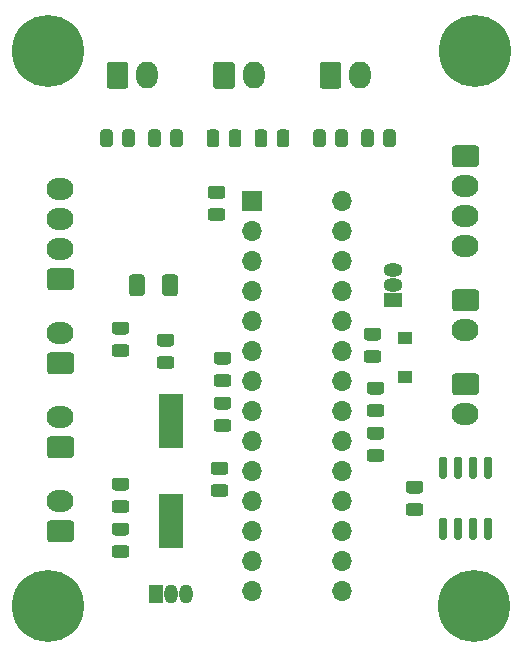
<source format=gbr>
%TF.GenerationSoftware,KiCad,Pcbnew,(5.1.6)-1*%
%TF.CreationDate,2021-03-31T20:23:18+03:00*%
%TF.ProjectId,reflow_oven,7265666c-6f77-45f6-9f76-656e2e6b6963,rev?*%
%TF.SameCoordinates,Original*%
%TF.FileFunction,Soldermask,Top*%
%TF.FilePolarity,Negative*%
%FSLAX46Y46*%
G04 Gerber Fmt 4.6, Leading zero omitted, Abs format (unit mm)*
G04 Created by KiCad (PCBNEW (5.1.6)-1) date 2021-03-31 20:23:18*
%MOMM*%
%LPD*%
G01*
G04 APERTURE LIST*
%ADD10R,1.700000X1.700000*%
%ADD11O,1.700000X1.700000*%
%ADD12O,1.150000X1.600000*%
%ADD13R,1.150000X1.600000*%
%ADD14C,0.900000*%
%ADD15C,6.100000*%
%ADD16O,2.290000X1.840000*%
%ADD17O,1.840000X2.290000*%
%ADD18R,1.300000X1.000000*%
%ADD19O,1.600000X1.150000*%
%ADD20R,1.600000X1.150000*%
%ADD21R,2.100000X4.600000*%
G04 APERTURE END LIST*
%TO.C,R2*%
G36*
G01*
X39343250Y-97741000D02*
X38380750Y-97741000D01*
G75*
G02*
X38112000Y-97472250I0J268750D01*
G01*
X38112000Y-96934750D01*
G75*
G02*
X38380750Y-96666000I268750J0D01*
G01*
X39343250Y-96666000D01*
G75*
G02*
X39612000Y-96934750I0J-268750D01*
G01*
X39612000Y-97472250D01*
G75*
G02*
X39343250Y-97741000I-268750J0D01*
G01*
G37*
G36*
G01*
X39343250Y-95866000D02*
X38380750Y-95866000D01*
G75*
G02*
X38112000Y-95597250I0J268750D01*
G01*
X38112000Y-95059750D01*
G75*
G02*
X38380750Y-94791000I268750J0D01*
G01*
X39343250Y-94791000D01*
G75*
G02*
X39612000Y-95059750I0J-268750D01*
G01*
X39612000Y-95597250D01*
G75*
G02*
X39343250Y-95866000I-268750J0D01*
G01*
G37*
%TD*%
%TO.C,C3*%
G36*
G01*
X47979250Y-81388000D02*
X47016750Y-81388000D01*
G75*
G02*
X46748000Y-81119250I0J268750D01*
G01*
X46748000Y-80581750D01*
G75*
G02*
X47016750Y-80313000I268750J0D01*
G01*
X47979250Y-80313000D01*
G75*
G02*
X48248000Y-80581750I0J-268750D01*
G01*
X48248000Y-81119250D01*
G75*
G02*
X47979250Y-81388000I-268750J0D01*
G01*
G37*
G36*
G01*
X47979250Y-83263000D02*
X47016750Y-83263000D01*
G75*
G02*
X46748000Y-82994250I0J268750D01*
G01*
X46748000Y-82456750D01*
G75*
G02*
X47016750Y-82188000I268750J0D01*
G01*
X47979250Y-82188000D01*
G75*
G02*
X48248000Y-82456750I0J-268750D01*
G01*
X48248000Y-82994250D01*
G75*
G02*
X47979250Y-83263000I-268750J0D01*
G01*
G37*
%TD*%
D10*
%TO.C,U1*%
X50038000Y-67564000D03*
D11*
X57658000Y-100584000D03*
X50038000Y-70104000D03*
X57658000Y-98044000D03*
X50038000Y-72644000D03*
X57658000Y-95504000D03*
X50038000Y-75184000D03*
X57658000Y-92964000D03*
X50038000Y-77724000D03*
X57658000Y-90424000D03*
X50038000Y-80264000D03*
X57658000Y-87884000D03*
X50038000Y-82804000D03*
X57658000Y-85344000D03*
X50038000Y-85344000D03*
X57658000Y-82804000D03*
X50038000Y-87884000D03*
X57658000Y-80264000D03*
X50038000Y-90424000D03*
X57658000Y-77724000D03*
X50038000Y-92964000D03*
X57658000Y-75184000D03*
X50038000Y-95504000D03*
X57658000Y-72644000D03*
X50038000Y-98044000D03*
X57658000Y-70104000D03*
X50038000Y-100584000D03*
X57658000Y-67564000D03*
%TD*%
%TO.C,U2*%
G36*
G01*
X69802000Y-89210000D02*
X70152000Y-89210000D01*
G75*
G02*
X70327000Y-89385000I0J-175000D01*
G01*
X70327000Y-90885000D01*
G75*
G02*
X70152000Y-91060000I-175000J0D01*
G01*
X69802000Y-91060000D01*
G75*
G02*
X69627000Y-90885000I0J175000D01*
G01*
X69627000Y-89385000D01*
G75*
G02*
X69802000Y-89210000I175000J0D01*
G01*
G37*
G36*
G01*
X68532000Y-89210000D02*
X68882000Y-89210000D01*
G75*
G02*
X69057000Y-89385000I0J-175000D01*
G01*
X69057000Y-90885000D01*
G75*
G02*
X68882000Y-91060000I-175000J0D01*
G01*
X68532000Y-91060000D01*
G75*
G02*
X68357000Y-90885000I0J175000D01*
G01*
X68357000Y-89385000D01*
G75*
G02*
X68532000Y-89210000I175000J0D01*
G01*
G37*
G36*
G01*
X67262000Y-89210000D02*
X67612000Y-89210000D01*
G75*
G02*
X67787000Y-89385000I0J-175000D01*
G01*
X67787000Y-90885000D01*
G75*
G02*
X67612000Y-91060000I-175000J0D01*
G01*
X67262000Y-91060000D01*
G75*
G02*
X67087000Y-90885000I0J175000D01*
G01*
X67087000Y-89385000D01*
G75*
G02*
X67262000Y-89210000I175000J0D01*
G01*
G37*
G36*
G01*
X65992000Y-89210000D02*
X66342000Y-89210000D01*
G75*
G02*
X66517000Y-89385000I0J-175000D01*
G01*
X66517000Y-90885000D01*
G75*
G02*
X66342000Y-91060000I-175000J0D01*
G01*
X65992000Y-91060000D01*
G75*
G02*
X65817000Y-90885000I0J175000D01*
G01*
X65817000Y-89385000D01*
G75*
G02*
X65992000Y-89210000I175000J0D01*
G01*
G37*
G36*
G01*
X65992000Y-94360000D02*
X66342000Y-94360000D01*
G75*
G02*
X66517000Y-94535000I0J-175000D01*
G01*
X66517000Y-96035000D01*
G75*
G02*
X66342000Y-96210000I-175000J0D01*
G01*
X65992000Y-96210000D01*
G75*
G02*
X65817000Y-96035000I0J175000D01*
G01*
X65817000Y-94535000D01*
G75*
G02*
X65992000Y-94360000I175000J0D01*
G01*
G37*
G36*
G01*
X67262000Y-94360000D02*
X67612000Y-94360000D01*
G75*
G02*
X67787000Y-94535000I0J-175000D01*
G01*
X67787000Y-96035000D01*
G75*
G02*
X67612000Y-96210000I-175000J0D01*
G01*
X67262000Y-96210000D01*
G75*
G02*
X67087000Y-96035000I0J175000D01*
G01*
X67087000Y-94535000D01*
G75*
G02*
X67262000Y-94360000I175000J0D01*
G01*
G37*
G36*
G01*
X68532000Y-94360000D02*
X68882000Y-94360000D01*
G75*
G02*
X69057000Y-94535000I0J-175000D01*
G01*
X69057000Y-96035000D01*
G75*
G02*
X68882000Y-96210000I-175000J0D01*
G01*
X68532000Y-96210000D01*
G75*
G02*
X68357000Y-96035000I0J175000D01*
G01*
X68357000Y-94535000D01*
G75*
G02*
X68532000Y-94360000I175000J0D01*
G01*
G37*
G36*
G01*
X69802000Y-94360000D02*
X70152000Y-94360000D01*
G75*
G02*
X70327000Y-94535000I0J-175000D01*
G01*
X70327000Y-96035000D01*
G75*
G02*
X70152000Y-96210000I-175000J0D01*
G01*
X69802000Y-96210000D01*
G75*
G02*
X69627000Y-96035000I0J175000D01*
G01*
X69627000Y-94535000D01*
G75*
G02*
X69802000Y-94360000I175000J0D01*
G01*
G37*
%TD*%
D12*
%TO.C,Q1*%
X43180000Y-100838000D03*
X44450000Y-100838000D03*
D13*
X41910000Y-100838000D03*
%TD*%
D14*
%TO.C,H2*%
X70460990Y-53273010D03*
X68870000Y-52614000D03*
X67279010Y-53273010D03*
X66620000Y-54864000D03*
X67279010Y-56454990D03*
X68870000Y-57114000D03*
X70460990Y-56454990D03*
X71120000Y-54864000D03*
D15*
X68870000Y-54864000D03*
%TD*%
%TO.C,H3*%
X68834000Y-101854000D03*
D14*
X71084000Y-101854000D03*
X70424990Y-103444990D03*
X68834000Y-104104000D03*
X67243010Y-103444990D03*
X66584000Y-101854000D03*
X67243010Y-100263010D03*
X68834000Y-99604000D03*
X70424990Y-100263010D03*
%TD*%
%TO.C,C1*%
G36*
G01*
X39343250Y-78848000D02*
X38380750Y-78848000D01*
G75*
G02*
X38112000Y-78579250I0J268750D01*
G01*
X38112000Y-78041750D01*
G75*
G02*
X38380750Y-77773000I268750J0D01*
G01*
X39343250Y-77773000D01*
G75*
G02*
X39612000Y-78041750I0J-268750D01*
G01*
X39612000Y-78579250D01*
G75*
G02*
X39343250Y-78848000I-268750J0D01*
G01*
G37*
G36*
G01*
X39343250Y-80723000D02*
X38380750Y-80723000D01*
G75*
G02*
X38112000Y-80454250I0J268750D01*
G01*
X38112000Y-79916750D01*
G75*
G02*
X38380750Y-79648000I268750J0D01*
G01*
X39343250Y-79648000D01*
G75*
G02*
X39612000Y-79916750I0J-268750D01*
G01*
X39612000Y-80454250D01*
G75*
G02*
X39343250Y-80723000I-268750J0D01*
G01*
G37*
%TD*%
%TO.C,C2*%
G36*
G01*
X60933250Y-89613000D02*
X59970750Y-89613000D01*
G75*
G02*
X59702000Y-89344250I0J268750D01*
G01*
X59702000Y-88806750D01*
G75*
G02*
X59970750Y-88538000I268750J0D01*
G01*
X60933250Y-88538000D01*
G75*
G02*
X61202000Y-88806750I0J-268750D01*
G01*
X61202000Y-89344250D01*
G75*
G02*
X60933250Y-89613000I-268750J0D01*
G01*
G37*
G36*
G01*
X60933250Y-87738000D02*
X59970750Y-87738000D01*
G75*
G02*
X59702000Y-87469250I0J268750D01*
G01*
X59702000Y-86931750D01*
G75*
G02*
X59970750Y-86663000I268750J0D01*
G01*
X60933250Y-86663000D01*
G75*
G02*
X61202000Y-86931750I0J-268750D01*
G01*
X61202000Y-87469250D01*
G75*
G02*
X60933250Y-87738000I-268750J0D01*
G01*
G37*
%TD*%
%TO.C,C4*%
G36*
G01*
X47016750Y-84123000D02*
X47979250Y-84123000D01*
G75*
G02*
X48248000Y-84391750I0J-268750D01*
G01*
X48248000Y-84929250D01*
G75*
G02*
X47979250Y-85198000I-268750J0D01*
G01*
X47016750Y-85198000D01*
G75*
G02*
X46748000Y-84929250I0J268750D01*
G01*
X46748000Y-84391750D01*
G75*
G02*
X47016750Y-84123000I268750J0D01*
G01*
G37*
G36*
G01*
X47016750Y-85998000D02*
X47979250Y-85998000D01*
G75*
G02*
X48248000Y-86266750I0J-268750D01*
G01*
X48248000Y-86804250D01*
G75*
G02*
X47979250Y-87073000I-268750J0D01*
G01*
X47016750Y-87073000D01*
G75*
G02*
X46748000Y-86804250I0J268750D01*
G01*
X46748000Y-86266750D01*
G75*
G02*
X47016750Y-85998000I268750J0D01*
G01*
G37*
%TD*%
%TO.C,C5*%
G36*
G01*
X46762750Y-89632500D02*
X47725250Y-89632500D01*
G75*
G02*
X47994000Y-89901250I0J-268750D01*
G01*
X47994000Y-90438750D01*
G75*
G02*
X47725250Y-90707500I-268750J0D01*
G01*
X46762750Y-90707500D01*
G75*
G02*
X46494000Y-90438750I0J268750D01*
G01*
X46494000Y-89901250D01*
G75*
G02*
X46762750Y-89632500I268750J0D01*
G01*
G37*
G36*
G01*
X46762750Y-91507500D02*
X47725250Y-91507500D01*
G75*
G02*
X47994000Y-91776250I0J-268750D01*
G01*
X47994000Y-92313750D01*
G75*
G02*
X47725250Y-92582500I-268750J0D01*
G01*
X46762750Y-92582500D01*
G75*
G02*
X46494000Y-92313750I0J268750D01*
G01*
X46494000Y-91776250D01*
G75*
G02*
X46762750Y-91507500I268750J0D01*
G01*
G37*
%TD*%
%TO.C,C6*%
G36*
G01*
X60933250Y-83928000D02*
X59970750Y-83928000D01*
G75*
G02*
X59702000Y-83659250I0J268750D01*
G01*
X59702000Y-83121750D01*
G75*
G02*
X59970750Y-82853000I268750J0D01*
G01*
X60933250Y-82853000D01*
G75*
G02*
X61202000Y-83121750I0J-268750D01*
G01*
X61202000Y-83659250D01*
G75*
G02*
X60933250Y-83928000I-268750J0D01*
G01*
G37*
G36*
G01*
X60933250Y-85803000D02*
X59970750Y-85803000D01*
G75*
G02*
X59702000Y-85534250I0J268750D01*
G01*
X59702000Y-84996750D01*
G75*
G02*
X59970750Y-84728000I268750J0D01*
G01*
X60933250Y-84728000D01*
G75*
G02*
X61202000Y-84996750I0J-268750D01*
G01*
X61202000Y-85534250D01*
G75*
G02*
X60933250Y-85803000I-268750J0D01*
G01*
G37*
%TD*%
%TO.C,C7*%
G36*
G01*
X63272750Y-93110000D02*
X64235250Y-93110000D01*
G75*
G02*
X64504000Y-93378750I0J-268750D01*
G01*
X64504000Y-93916250D01*
G75*
G02*
X64235250Y-94185000I-268750J0D01*
G01*
X63272750Y-94185000D01*
G75*
G02*
X63004000Y-93916250I0J268750D01*
G01*
X63004000Y-93378750D01*
G75*
G02*
X63272750Y-93110000I268750J0D01*
G01*
G37*
G36*
G01*
X63272750Y-91235000D02*
X64235250Y-91235000D01*
G75*
G02*
X64504000Y-91503750I0J-268750D01*
G01*
X64504000Y-92041250D01*
G75*
G02*
X64235250Y-92310000I-268750J0D01*
G01*
X63272750Y-92310000D01*
G75*
G02*
X63004000Y-92041250I0J268750D01*
G01*
X63004000Y-91503750D01*
G75*
G02*
X63272750Y-91235000I268750J0D01*
G01*
G37*
%TD*%
%TO.C,C8*%
G36*
G01*
X41197000Y-62711250D02*
X41197000Y-61748750D01*
G75*
G02*
X41465750Y-61480000I268750J0D01*
G01*
X42003250Y-61480000D01*
G75*
G02*
X42272000Y-61748750I0J-268750D01*
G01*
X42272000Y-62711250D01*
G75*
G02*
X42003250Y-62980000I-268750J0D01*
G01*
X41465750Y-62980000D01*
G75*
G02*
X41197000Y-62711250I0J268750D01*
G01*
G37*
G36*
G01*
X43072000Y-62711250D02*
X43072000Y-61748750D01*
G75*
G02*
X43340750Y-61480000I268750J0D01*
G01*
X43878250Y-61480000D01*
G75*
G02*
X44147000Y-61748750I0J-268750D01*
G01*
X44147000Y-62711250D01*
G75*
G02*
X43878250Y-62980000I-268750J0D01*
G01*
X43340750Y-62980000D01*
G75*
G02*
X43072000Y-62711250I0J268750D01*
G01*
G37*
%TD*%
%TO.C,C9*%
G36*
G01*
X50214000Y-62711250D02*
X50214000Y-61748750D01*
G75*
G02*
X50482750Y-61480000I268750J0D01*
G01*
X51020250Y-61480000D01*
G75*
G02*
X51289000Y-61748750I0J-268750D01*
G01*
X51289000Y-62711250D01*
G75*
G02*
X51020250Y-62980000I-268750J0D01*
G01*
X50482750Y-62980000D01*
G75*
G02*
X50214000Y-62711250I0J268750D01*
G01*
G37*
G36*
G01*
X52089000Y-62711250D02*
X52089000Y-61748750D01*
G75*
G02*
X52357750Y-61480000I268750J0D01*
G01*
X52895250Y-61480000D01*
G75*
G02*
X53164000Y-61748750I0J-268750D01*
G01*
X53164000Y-62711250D01*
G75*
G02*
X52895250Y-62980000I-268750J0D01*
G01*
X52357750Y-62980000D01*
G75*
G02*
X52089000Y-62711250I0J268750D01*
G01*
G37*
%TD*%
%TO.C,R1*%
G36*
G01*
X47471250Y-69214500D02*
X46508750Y-69214500D01*
G75*
G02*
X46240000Y-68945750I0J268750D01*
G01*
X46240000Y-68408250D01*
G75*
G02*
X46508750Y-68139500I268750J0D01*
G01*
X47471250Y-68139500D01*
G75*
G02*
X47740000Y-68408250I0J-268750D01*
G01*
X47740000Y-68945750D01*
G75*
G02*
X47471250Y-69214500I-268750J0D01*
G01*
G37*
G36*
G01*
X47471250Y-67339500D02*
X46508750Y-67339500D01*
G75*
G02*
X46240000Y-67070750I0J268750D01*
G01*
X46240000Y-66533250D01*
G75*
G02*
X46508750Y-66264500I268750J0D01*
G01*
X47471250Y-66264500D01*
G75*
G02*
X47740000Y-66533250I0J-268750D01*
G01*
X47740000Y-67070750D01*
G75*
G02*
X47471250Y-67339500I-268750J0D01*
G01*
G37*
%TD*%
%TO.C,R3*%
G36*
G01*
X39343250Y-92056000D02*
X38380750Y-92056000D01*
G75*
G02*
X38112000Y-91787250I0J268750D01*
G01*
X38112000Y-91249750D01*
G75*
G02*
X38380750Y-90981000I268750J0D01*
G01*
X39343250Y-90981000D01*
G75*
G02*
X39612000Y-91249750I0J-268750D01*
G01*
X39612000Y-91787250D01*
G75*
G02*
X39343250Y-92056000I-268750J0D01*
G01*
G37*
G36*
G01*
X39343250Y-93931000D02*
X38380750Y-93931000D01*
G75*
G02*
X38112000Y-93662250I0J268750D01*
G01*
X38112000Y-93124750D01*
G75*
G02*
X38380750Y-92856000I268750J0D01*
G01*
X39343250Y-92856000D01*
G75*
G02*
X39612000Y-93124750I0J-268750D01*
G01*
X39612000Y-93662250D01*
G75*
G02*
X39343250Y-93931000I-268750J0D01*
G01*
G37*
%TD*%
%TO.C,R4*%
G36*
G01*
X39008000Y-62711250D02*
X39008000Y-61748750D01*
G75*
G02*
X39276750Y-61480000I268750J0D01*
G01*
X39814250Y-61480000D01*
G75*
G02*
X40083000Y-61748750I0J-268750D01*
G01*
X40083000Y-62711250D01*
G75*
G02*
X39814250Y-62980000I-268750J0D01*
G01*
X39276750Y-62980000D01*
G75*
G02*
X39008000Y-62711250I0J268750D01*
G01*
G37*
G36*
G01*
X37133000Y-62711250D02*
X37133000Y-61748750D01*
G75*
G02*
X37401750Y-61480000I268750J0D01*
G01*
X37939250Y-61480000D01*
G75*
G02*
X38208000Y-61748750I0J-268750D01*
G01*
X38208000Y-62711250D01*
G75*
G02*
X37939250Y-62980000I-268750J0D01*
G01*
X37401750Y-62980000D01*
G75*
G02*
X37133000Y-62711250I0J268750D01*
G01*
G37*
%TD*%
%TO.C,R5*%
G36*
G01*
X46150000Y-62711250D02*
X46150000Y-61748750D01*
G75*
G02*
X46418750Y-61480000I268750J0D01*
G01*
X46956250Y-61480000D01*
G75*
G02*
X47225000Y-61748750I0J-268750D01*
G01*
X47225000Y-62711250D01*
G75*
G02*
X46956250Y-62980000I-268750J0D01*
G01*
X46418750Y-62980000D01*
G75*
G02*
X46150000Y-62711250I0J268750D01*
G01*
G37*
G36*
G01*
X48025000Y-62711250D02*
X48025000Y-61748750D01*
G75*
G02*
X48293750Y-61480000I268750J0D01*
G01*
X48831250Y-61480000D01*
G75*
G02*
X49100000Y-61748750I0J-268750D01*
G01*
X49100000Y-62711250D01*
G75*
G02*
X48831250Y-62980000I-268750J0D01*
G01*
X48293750Y-62980000D01*
G75*
G02*
X48025000Y-62711250I0J268750D01*
G01*
G37*
%TD*%
D15*
%TO.C,H4*%
X32766000Y-54864000D03*
D14*
X35016000Y-54864000D03*
X34356990Y-56454990D03*
X32766000Y-57114000D03*
X31175010Y-56454990D03*
X30516000Y-54864000D03*
X31175010Y-53273010D03*
X32766000Y-52614000D03*
X34356990Y-53273010D03*
%TD*%
D15*
%TO.C,H1*%
X32766000Y-101854000D03*
D14*
X35016000Y-101854000D03*
X34356990Y-103444990D03*
X32766000Y-104104000D03*
X31175010Y-103444990D03*
X30516000Y-101854000D03*
X31175010Y-100263010D03*
X32766000Y-99604000D03*
X34356990Y-100263010D03*
%TD*%
D16*
%TO.C,J1*%
X33782000Y-66548000D03*
X33782000Y-69088000D03*
X33782000Y-71628000D03*
G36*
G01*
X34662633Y-75088000D02*
X32901367Y-75088000D01*
G75*
G02*
X32637000Y-74823633I0J264367D01*
G01*
X32637000Y-73512367D01*
G75*
G02*
X32901367Y-73248000I264367J0D01*
G01*
X34662633Y-73248000D01*
G75*
G02*
X34927000Y-73512367I0J-264367D01*
G01*
X34927000Y-74823633D01*
G75*
G02*
X34662633Y-75088000I-264367J0D01*
G01*
G37*
%TD*%
%TO.C,J2*%
X33782000Y-78740000D03*
G36*
G01*
X34662633Y-82200000D02*
X32901367Y-82200000D01*
G75*
G02*
X32637000Y-81935633I0J264367D01*
G01*
X32637000Y-80624367D01*
G75*
G02*
X32901367Y-80360000I264367J0D01*
G01*
X34662633Y-80360000D01*
G75*
G02*
X34927000Y-80624367I0J-264367D01*
G01*
X34927000Y-81935633D01*
G75*
G02*
X34662633Y-82200000I-264367J0D01*
G01*
G37*
%TD*%
%TO.C,J3*%
G36*
G01*
X34662633Y-89312000D02*
X32901367Y-89312000D01*
G75*
G02*
X32637000Y-89047633I0J264367D01*
G01*
X32637000Y-87736367D01*
G75*
G02*
X32901367Y-87472000I264367J0D01*
G01*
X34662633Y-87472000D01*
G75*
G02*
X34927000Y-87736367I0J-264367D01*
G01*
X34927000Y-89047633D01*
G75*
G02*
X34662633Y-89312000I-264367J0D01*
G01*
G37*
X33782000Y-85852000D03*
%TD*%
%TO.C,J4*%
G36*
G01*
X67191367Y-82138000D02*
X68952633Y-82138000D01*
G75*
G02*
X69217000Y-82402367I0J-264367D01*
G01*
X69217000Y-83713633D01*
G75*
G02*
X68952633Y-83978000I-264367J0D01*
G01*
X67191367Y-83978000D01*
G75*
G02*
X66927000Y-83713633I0J264367D01*
G01*
X66927000Y-82402367D01*
G75*
G02*
X67191367Y-82138000I264367J0D01*
G01*
G37*
X68072000Y-85598000D03*
%TD*%
D17*
%TO.C,J5*%
X41148000Y-56896000D03*
G36*
G01*
X37688000Y-57776633D02*
X37688000Y-56015367D01*
G75*
G02*
X37952367Y-55751000I264367J0D01*
G01*
X39263633Y-55751000D01*
G75*
G02*
X39528000Y-56015367I0J-264367D01*
G01*
X39528000Y-57776633D01*
G75*
G02*
X39263633Y-58041000I-264367J0D01*
G01*
X37952367Y-58041000D01*
G75*
G02*
X37688000Y-57776633I0J264367D01*
G01*
G37*
%TD*%
%TO.C,J6*%
G36*
G01*
X46705000Y-57776633D02*
X46705000Y-56015367D01*
G75*
G02*
X46969367Y-55751000I264367J0D01*
G01*
X48280633Y-55751000D01*
G75*
G02*
X48545000Y-56015367I0J-264367D01*
G01*
X48545000Y-57776633D01*
G75*
G02*
X48280633Y-58041000I-264367J0D01*
G01*
X46969367Y-58041000D01*
G75*
G02*
X46705000Y-57776633I0J264367D01*
G01*
G37*
X50165000Y-56896000D03*
%TD*%
D16*
%TO.C,J7*%
X33782000Y-92964000D03*
G36*
G01*
X34662633Y-96424000D02*
X32901367Y-96424000D01*
G75*
G02*
X32637000Y-96159633I0J264367D01*
G01*
X32637000Y-94848367D01*
G75*
G02*
X32901367Y-94584000I264367J0D01*
G01*
X34662633Y-94584000D01*
G75*
G02*
X34927000Y-94848367I0J-264367D01*
G01*
X34927000Y-96159633D01*
G75*
G02*
X34662633Y-96424000I-264367J0D01*
G01*
G37*
%TD*%
%TO.C,J8*%
G36*
G01*
X67191367Y-62834000D02*
X68952633Y-62834000D01*
G75*
G02*
X69217000Y-63098367I0J-264367D01*
G01*
X69217000Y-64409633D01*
G75*
G02*
X68952633Y-64674000I-264367J0D01*
G01*
X67191367Y-64674000D01*
G75*
G02*
X66927000Y-64409633I0J264367D01*
G01*
X66927000Y-63098367D01*
G75*
G02*
X67191367Y-62834000I264367J0D01*
G01*
G37*
X68072000Y-66294000D03*
X68072000Y-68834000D03*
X68072000Y-71374000D03*
%TD*%
%TO.C,C10*%
G36*
G01*
X59231000Y-62711250D02*
X59231000Y-61748750D01*
G75*
G02*
X59499750Y-61480000I268750J0D01*
G01*
X60037250Y-61480000D01*
G75*
G02*
X60306000Y-61748750I0J-268750D01*
G01*
X60306000Y-62711250D01*
G75*
G02*
X60037250Y-62980000I-268750J0D01*
G01*
X59499750Y-62980000D01*
G75*
G02*
X59231000Y-62711250I0J268750D01*
G01*
G37*
G36*
G01*
X61106000Y-62711250D02*
X61106000Y-61748750D01*
G75*
G02*
X61374750Y-61480000I268750J0D01*
G01*
X61912250Y-61480000D01*
G75*
G02*
X62181000Y-61748750I0J-268750D01*
G01*
X62181000Y-62711250D01*
G75*
G02*
X61912250Y-62980000I-268750J0D01*
G01*
X61374750Y-62980000D01*
G75*
G02*
X61106000Y-62711250I0J268750D01*
G01*
G37*
%TD*%
%TO.C,J9*%
G36*
G01*
X55722000Y-57776633D02*
X55722000Y-56015367D01*
G75*
G02*
X55986367Y-55751000I264367J0D01*
G01*
X57297633Y-55751000D01*
G75*
G02*
X57562000Y-56015367I0J-264367D01*
G01*
X57562000Y-57776633D01*
G75*
G02*
X57297633Y-58041000I-264367J0D01*
G01*
X55986367Y-58041000D01*
G75*
G02*
X55722000Y-57776633I0J264367D01*
G01*
G37*
D17*
X59182000Y-56896000D03*
%TD*%
%TO.C,R6*%
G36*
G01*
X55167000Y-62711250D02*
X55167000Y-61748750D01*
G75*
G02*
X55435750Y-61480000I268750J0D01*
G01*
X55973250Y-61480000D01*
G75*
G02*
X56242000Y-61748750I0J-268750D01*
G01*
X56242000Y-62711250D01*
G75*
G02*
X55973250Y-62980000I-268750J0D01*
G01*
X55435750Y-62980000D01*
G75*
G02*
X55167000Y-62711250I0J268750D01*
G01*
G37*
G36*
G01*
X57042000Y-62711250D02*
X57042000Y-61748750D01*
G75*
G02*
X57310750Y-61480000I268750J0D01*
G01*
X57848250Y-61480000D01*
G75*
G02*
X58117000Y-61748750I0J-268750D01*
G01*
X58117000Y-62711250D01*
G75*
G02*
X57848250Y-62980000I-268750J0D01*
G01*
X57310750Y-62980000D01*
G75*
G02*
X57042000Y-62711250I0J268750D01*
G01*
G37*
%TD*%
D18*
%TO.C,D1*%
X62992000Y-82422000D03*
X62992000Y-79122000D03*
%TD*%
%TO.C,J10*%
G36*
G01*
X67191367Y-75026000D02*
X68952633Y-75026000D01*
G75*
G02*
X69217000Y-75290367I0J-264367D01*
G01*
X69217000Y-76601633D01*
G75*
G02*
X68952633Y-76866000I-264367J0D01*
G01*
X67191367Y-76866000D01*
G75*
G02*
X66927000Y-76601633I0J264367D01*
G01*
X66927000Y-75290367D01*
G75*
G02*
X67191367Y-75026000I264367J0D01*
G01*
G37*
D16*
X68072000Y-78486000D03*
%TD*%
D19*
%TO.C,Q2*%
X61976000Y-74676000D03*
X61976000Y-73406000D03*
D20*
X61976000Y-75946000D03*
%TD*%
%TO.C,R7*%
G36*
G01*
X59716750Y-78281000D02*
X60679250Y-78281000D01*
G75*
G02*
X60948000Y-78549750I0J-268750D01*
G01*
X60948000Y-79087250D01*
G75*
G02*
X60679250Y-79356000I-268750J0D01*
G01*
X59716750Y-79356000D01*
G75*
G02*
X59448000Y-79087250I0J268750D01*
G01*
X59448000Y-78549750D01*
G75*
G02*
X59716750Y-78281000I268750J0D01*
G01*
G37*
G36*
G01*
X59716750Y-80156000D02*
X60679250Y-80156000D01*
G75*
G02*
X60948000Y-80424750I0J-268750D01*
G01*
X60948000Y-80962250D01*
G75*
G02*
X60679250Y-81231000I-268750J0D01*
G01*
X59716750Y-81231000D01*
G75*
G02*
X59448000Y-80962250I0J268750D01*
G01*
X59448000Y-80424750D01*
G75*
G02*
X59716750Y-80156000I268750J0D01*
G01*
G37*
%TD*%
D21*
%TO.C,Y1*%
X43180000Y-94674000D03*
X43180000Y-86174000D03*
%TD*%
%TO.C,D2*%
G36*
G01*
X39581000Y-75331000D02*
X39581000Y-74021000D01*
G75*
G02*
X39851000Y-73751000I270000J0D01*
G01*
X40661000Y-73751000D01*
G75*
G02*
X40931000Y-74021000I0J-270000D01*
G01*
X40931000Y-75331000D01*
G75*
G02*
X40661000Y-75601000I-270000J0D01*
G01*
X39851000Y-75601000D01*
G75*
G02*
X39581000Y-75331000I0J270000D01*
G01*
G37*
G36*
G01*
X42381000Y-75331000D02*
X42381000Y-74021000D01*
G75*
G02*
X42651000Y-73751000I270000J0D01*
G01*
X43461000Y-73751000D01*
G75*
G02*
X43731000Y-74021000I0J-270000D01*
G01*
X43731000Y-75331000D01*
G75*
G02*
X43461000Y-75601000I-270000J0D01*
G01*
X42651000Y-75601000D01*
G75*
G02*
X42381000Y-75331000I0J270000D01*
G01*
G37*
%TD*%
%TO.C,R8*%
G36*
G01*
X43153250Y-81739000D02*
X42190750Y-81739000D01*
G75*
G02*
X41922000Y-81470250I0J268750D01*
G01*
X41922000Y-80932750D01*
G75*
G02*
X42190750Y-80664000I268750J0D01*
G01*
X43153250Y-80664000D01*
G75*
G02*
X43422000Y-80932750I0J-268750D01*
G01*
X43422000Y-81470250D01*
G75*
G02*
X43153250Y-81739000I-268750J0D01*
G01*
G37*
G36*
G01*
X43153250Y-79864000D02*
X42190750Y-79864000D01*
G75*
G02*
X41922000Y-79595250I0J268750D01*
G01*
X41922000Y-79057750D01*
G75*
G02*
X42190750Y-78789000I268750J0D01*
G01*
X43153250Y-78789000D01*
G75*
G02*
X43422000Y-79057750I0J-268750D01*
G01*
X43422000Y-79595250D01*
G75*
G02*
X43153250Y-79864000I-268750J0D01*
G01*
G37*
%TD*%
M02*

</source>
